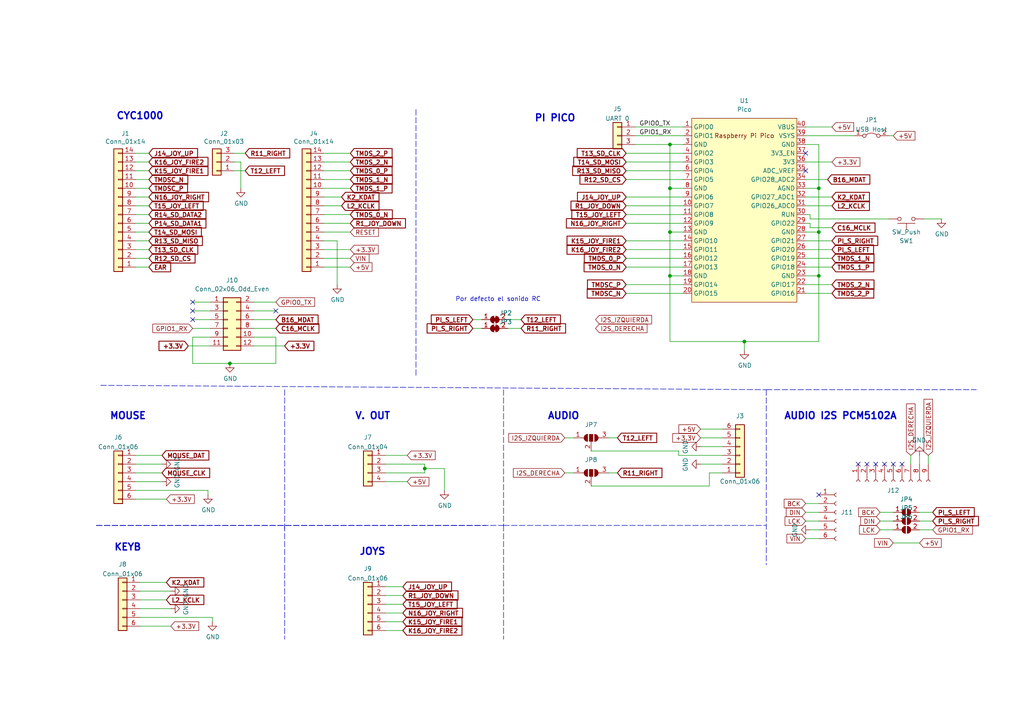
<source format=kicad_sch>
(kicad_sch (version 20211123) (generator eeschema)
  (paper "A4")
  (title_block (title "PiPico-MKRbus-Adapater-Version-003") (date "2023-09-21") (rev "V003") (company "Atlas Group") (comment 1 "License OHL CERN V2 STRICT") (comment 2 "https://ohwr.org/cern_ohl_s_v2.txt"))
  (lib_symbols
    (symbol "Connector:Conn_01x06_Female" (pin_names (offset 1.016) hide)
      (property "Reference" "J" (at 0 7.62 0))
      (property "Value" "Conn_01x06_Female" (at 0 -10.16 0))
      (symbol "Conn_01x06_Female_1_1"
        (arc (start 0 -7.112) (mid -0.508 -7.62) (end 0 -8.128) (stroke (width 0.1524)))
        (arc (start 0 -4.572) (mid -0.508 -5.08) (end 0 -5.588) (stroke (width 0.1524)))
        (arc (start 0 -2.032) (mid -0.508 -2.54) (end 0 -3.048) (stroke (width 0.1524)))
        (polyline (pts (xy -1.27 -7.62) (xy -0.508 -7.62)) (stroke (width 0.1524)))
        (polyline (pts (xy -1.27 -5.08) (xy -0.508 -5.08)) (stroke (width 0.1524)))
        (polyline (pts (xy -1.27 -2.54) (xy -0.508 -2.54)) (stroke (width 0.1524)))
        (polyline (pts (xy -1.27 0) (xy -0.508 0)) (stroke (width 0.1524)))
        (polyline (pts (xy -1.27 2.54) (xy -0.508 2.54)) (stroke (width 0.1524)))
        (polyline (pts (xy -1.27 5.08) (xy -0.508 5.08)) (stroke (width 0.1524)))
        (arc (start 0 0.508) (mid -0.508 0) (end 0 -0.508) (stroke (width 0.1524)))
        (arc (start 0 3.048) (mid -0.508 2.54) (end 0 2.032) (stroke (width 0.1524)))
        (arc (start 0 5.588) (mid -0.508 5.08) (end 0 4.572) (stroke (width 0.1524)))
        (pin passive line (at -5.08 5.08 0) (length 3.81) (name "Pin_1") (number "1"))
        (pin passive line (at -5.08 2.54 0) (length 3.81) (name "Pin_2") (number "2"))
        (pin passive line (at -5.08 0 0) (length 3.81) (name "Pin_3") (number "3"))
        (pin passive line (at -5.08 -2.54 0) (length 3.81) (name "Pin_4") (number "4"))
        (pin passive line (at -5.08 -5.08 0) (length 3.81) (name "Pin_5") (number "5"))
        (pin passive line (at -5.08 -7.62 0) (length 3.81) (name "Pin_6") (number "6"))
      )
    )
    (symbol "Connector:Conn_01x09_Female" (pin_names (offset 1.016) hide)
      (property "Reference" "J" (at 0 12.7 0))
      (property "Value" "Conn_01x09_Female" (at 0 -12.7 0))
      (symbol "Conn_01x09_Female_1_1"
        (arc (start 0 -9.652) (mid -0.508 -10.16) (end 0 -10.668) (stroke (width 0.1524)))
        (arc (start 0 -7.112) (mid -0.508 -7.62) (end 0 -8.128) (stroke (width 0.1524)))
        (arc (start 0 -4.572) (mid -0.508 -5.08) (end 0 -5.588) (stroke (width 0.1524)))
        (arc (start 0 -2.032) (mid -0.508 -2.54) (end 0 -3.048) (stroke (width 0.1524)))
        (polyline (pts (xy -1.27 -10.16) (xy -0.508 -10.16)) (stroke (width 0.1524)))
        (polyline (pts (xy -1.27 -7.62) (xy -0.508 -7.62)) (stroke (width 0.1524)))
        (polyline (pts (xy -1.27 -5.08) (xy -0.508 -5.08)) (stroke (width 0.1524)))
        (polyline (pts (xy -1.27 -2.54) (xy -0.508 -2.54)) (stroke (width 0.1524)))
        (polyline (pts (xy -1.27 0) (xy -0.508 0)) (stroke (width 0.1524)))
        (polyline (pts (xy -1.27 2.54) (xy -0.508 2.54)) (stroke (width 0.1524)))
        (polyline (pts (xy -1.27 5.08) (xy -0.508 5.08)) (stroke (width 0.1524)))
        (polyline (pts (xy -1.27 7.62) (xy -0.508 7.62)) (stroke (width 0.1524)))
        (polyline (pts (xy -1.27 10.16) (xy -0.508 10.16)) (stroke (width 0.1524)))
        (arc (start 0 0.508) (mid -0.508 0) (end 0 -0.508) (stroke (width 0.1524)))
        (arc (start 0 3.048) (mid -0.508 2.54) (end 0 2.032) (stroke (width 0.1524)))
        (arc (start 0 5.588) (mid -0.508 5.08) (end 0 4.572) (stroke (width 0.1524)))
        (arc (start 0 8.128) (mid -0.508 7.62) (end 0 7.112) (stroke (width 0.1524)))
        (arc (start 0 10.668) (mid -0.508 10.16) (end 0 9.652) (stroke (width 0.1524)))
        (pin passive line (at -5.08 10.16 0) (length 3.81) (name "Pin_1") (number "1"))
        (pin passive line (at -5.08 7.62 0) (length 3.81) (name "Pin_2") (number "2"))
        (pin passive line (at -5.08 5.08 0) (length 3.81) (name "Pin_3") (number "3"))
        (pin passive line (at -5.08 2.54 0) (length 3.81) (name "Pin_4") (number "4"))
        (pin passive line (at -5.08 0 0) (length 3.81) (name "Pin_5") (number "5"))
        (pin passive line (at -5.08 -2.54 0) (length 3.81) (name "Pin_6") (number "6"))
        (pin passive line (at -5.08 -5.08 0) (length 3.81) (name "Pin_7") (number "7"))
        (pin passive line (at -5.08 -7.62 0) (length 3.81) (name "Pin_8") (number "8"))
        (pin passive line (at -5.08 -10.16 0) (length 3.81) (name "Pin_9") (number "9"))
      )
    )
    (symbol "Connector_Generic:Conn_01x03" (pin_names (offset 1.016) hide)
      (property "Reference" "J" (at 0 5.08 0))
      (property "Value" "Conn_01x03" (at 0 -5.08 0))
      (symbol "Conn_01x03_1_1"
        (rectangle (start -1.27 -2.413) (end 0 -2.667) (stroke (width 0.1524)))
        (rectangle (start -1.27 0.127) (end 0 -0.127) (stroke (width 0.1524)))
        (rectangle (start -1.27 2.667) (end 0 2.413) (stroke (width 0.1524)))
        (rectangle (start -1.27 3.81) (end 1.27 -3.81) (stroke (width 0.254)) (fill (type background)))
        (pin passive line (at -5.08 2.54 0) (length 3.81) (name "Pin_1") (number "1"))
        (pin passive line (at -5.08 0 0) (length 3.81) (name "Pin_2") (number "2"))
        (pin passive line (at -5.08 -2.54 0) (length 3.81) (name "Pin_3") (number "3"))
      )
    )
    (symbol "Connector_Generic:Conn_01x04" (pin_names (offset 1.016) hide)
      (property "Reference" "J" (at 0 5.08 0))
      (property "Value" "Conn_01x04" (at 0 -7.62 0))
      (symbol "Conn_01x04_1_1"
        (rectangle (start -1.27 -4.953) (end 0 -5.207) (stroke (width 0.1524)))
        (rectangle (start -1.27 -2.413) (end 0 -2.667) (stroke (width 0.1524)))
        (rectangle (start -1.27 0.127) (end 0 -0.127) (stroke (width 0.1524)))
        (rectangle (start -1.27 2.667) (end 0 2.413) (stroke (width 0.1524)))
        (rectangle (start -1.27 3.81) (end 1.27 -6.35) (stroke (width 0.254)) (fill (type background)))
        (pin passive line (at -5.08 2.54 0) (length 3.81) (name "Pin_1") (number "1"))
        (pin passive line (at -5.08 0 0) (length 3.81) (name "Pin_2") (number "2"))
        (pin passive line (at -5.08 -2.54 0) (length 3.81) (name "Pin_3") (number "3"))
        (pin passive line (at -5.08 -5.08 0) (length 3.81) (name "Pin_4") (number "4"))
      )
    )
    (symbol "Connector_Generic:Conn_01x06" (pin_names (offset 1.016) hide)
      (property "Reference" "J" (at 0 7.62 0))
      (property "Value" "Conn_01x06" (at 0 -10.16 0))
      (symbol "Conn_01x06_1_1"
        (rectangle (start -1.27 -7.493) (end 0 -7.747) (stroke (width 0.1524)))
        (rectangle (start -1.27 -4.953) (end 0 -5.207) (stroke (width 0.1524)))
        (rectangle (start -1.27 -2.413) (end 0 -2.667) (stroke (width 0.1524)))
        (rectangle (start -1.27 0.127) (end 0 -0.127) (stroke (width 0.1524)))
        (rectangle (start -1.27 2.667) (end 0 2.413) (stroke (width 0.1524)))
        (rectangle (start -1.27 5.207) (end 0 4.953) (stroke (width 0.1524)))
        (rectangle (start -1.27 6.35) (end 1.27 -8.89) (stroke (width 0.254)) (fill (type background)))
        (pin passive line (at -5.08 5.08 0) (length 3.81) (name "Pin_1") (number "1"))
        (pin passive line (at -5.08 2.54 0) (length 3.81) (name "Pin_2") (number "2"))
        (pin passive line (at -5.08 0 0) (length 3.81) (name "Pin_3") (number "3"))
        (pin passive line (at -5.08 -2.54 0) (length 3.81) (name "Pin_4") (number "4"))
        (pin passive line (at -5.08 -5.08 0) (length 3.81) (name "Pin_5") (number "5"))
        (pin passive line (at -5.08 -7.62 0) (length 3.81) (name "Pin_6") (number "6"))
      )
    )
    (symbol "Connector_Generic:Conn_01x14" (pin_names (offset 1.016) hide)
      (property "Reference" "J" (at 0 17.78 0))
      (property "Value" "Conn_01x14" (at 0 -20.32 0))
      (symbol "Conn_01x14_1_1"
        (rectangle (start -1.27 -17.653) (end 0 -17.907) (stroke (width 0.1524)))
        (rectangle (start -1.27 -15.113) (end 0 -15.367) (stroke (width 0.1524)))
        (rectangle (start -1.27 -12.573) (end 0 -12.827) (stroke (width 0.1524)))
        (rectangle (start -1.27 -10.033) (end 0 -10.287) (stroke (width 0.1524)))
        (rectangle (start -1.27 -7.493) (end 0 -7.747) (stroke (width 0.1524)))
        (rectangle (start -1.27 -4.953) (end 0 -5.207) (stroke (width 0.1524)))
        (rectangle (start -1.27 -2.413) (end 0 -2.667) (stroke (width 0.1524)))
        (rectangle (start -1.27 0.127) (end 0 -0.127) (stroke (width 0.1524)))
        (rectangle (start -1.27 2.667) (end 0 2.413) (stroke (width 0.1524)))
        (rectangle (start -1.27 5.207) (end 0 4.953) (stroke (width 0.1524)))
        (rectangle (start -1.27 7.747) (end 0 7.493) (stroke (width 0.1524)))
        (rectangle (start -1.27 10.287) (end 0 10.033) (stroke (width 0.1524)))
        (rectangle (start -1.27 12.827) (end 0 12.573) (stroke (width 0.1524)))
        (rectangle (start -1.27 15.367) (end 0 15.113) (stroke (width 0.1524)))
        (rectangle (start -1.27 16.51) (end 1.27 -19.05) (stroke (width 0.254)) (fill (type background)))
        (pin passive line (at -5.08 15.24 0) (length 3.81) (name "Pin_1") (number "1"))
        (pin passive line (at -5.08 -7.62 0) (length 3.81) (name "Pin_10") (number "10"))
        (pin passive line (at -5.08 -10.16 0) (length 3.81) (name "Pin_11") (number "11"))
        (pin passive line (at -5.08 -12.7 0) (length 3.81) (name "Pin_12") (number "12"))
        (pin passive line (at -5.08 -15.24 0) (length 3.81) (name "Pin_13") (number "13"))
        (pin passive line (at -5.08 -17.78 0) (length 3.81) (name "Pin_14") (number "14"))
        (pin passive line (at -5.08 12.7 0) (length 3.81) (name "Pin_2") (number "2"))
        (pin passive line (at -5.08 10.16 0) (length 3.81) (name "Pin_3") (number "3"))
        (pin passive line (at -5.08 7.62 0) (length 3.81) (name "Pin_4") (number "4"))
        (pin passive line (at -5.08 5.08 0) (length 3.81) (name "Pin_5") (number "5"))
        (pin passive line (at -5.08 2.54 0) (length 3.81) (name "Pin_6") (number "6"))
        (pin passive line (at -5.08 0 0) (length 3.81) (name "Pin_7") (number "7"))
        (pin passive line (at -5.08 -2.54 0) (length 3.81) (name "Pin_8") (number "8"))
        (pin passive line (at -5.08 -5.08 0) (length 3.81) (name "Pin_9") (number "9"))
      )
    )
    (symbol "Connector_Generic:Conn_02x06_Odd_Even" (pin_names (offset 1.016) hide)
      (property "Reference" "J" (at 1.27 7.62 0))
      (property "Value" "Conn_02x06_Odd_Even" (at 1.27 -10.16 0))
      (symbol "Conn_02x06_Odd_Even_1_1"
        (rectangle (start -1.27 -7.493) (end 0 -7.747) (stroke (width 0.1524)))
        (rectangle (start -1.27 -4.953) (end 0 -5.207) (stroke (width 0.1524)))
        (rectangle (start -1.27 -2.413) (end 0 -2.667) (stroke (width 0.1524)))
        (rectangle (start -1.27 0.127) (end 0 -0.127) (stroke (width 0.1524)))
        (rectangle (start -1.27 2.667) (end 0 2.413) (stroke (width 0.1524)))
        (rectangle (start -1.27 5.207) (end 0 4.953) (stroke (width 0.1524)))
        (rectangle (start -1.27 6.35) (end 3.81 -8.89) (stroke (width 0.254)) (fill (type background)))
        (rectangle (start 3.81 -7.493) (end 2.54 -7.747) (stroke (width 0.1524)))
        (rectangle (start 3.81 -4.953) (end 2.54 -5.207) (stroke (width 0.1524)))
        (rectangle (start 3.81 -2.413) (end 2.54 -2.667) (stroke (width 0.1524)))
        (rectangle (start 3.81 0.127) (end 2.54 -0.127) (stroke (width 0.1524)))
        (rectangle (start 3.81 2.667) (end 2.54 2.413) (stroke (width 0.1524)))
        (rectangle (start 3.81 5.207) (end 2.54 4.953) (stroke (width 0.1524)))
        (pin passive line (at -5.08 5.08 0) (length 3.81) (name "Pin_1") (number "1"))
        (pin passive line (at 7.62 -5.08 180) (length 3.81) (name "Pin_10") (number "10"))
        (pin passive line (at -5.08 -7.62 0) (length 3.81) (name "Pin_11") (number "11"))
        (pin passive line (at 7.62 -7.62 180) (length 3.81) (name "Pin_12") (number "12"))
        (pin passive line (at 7.62 5.08 180) (length 3.81) (name "Pin_2") (number "2"))
        (pin passive line (at -5.08 2.54 0) (length 3.81) (name "Pin_3") (number "3"))
        (pin passive line (at 7.62 2.54 180) (length 3.81) (name "Pin_4") (number "4"))
        (pin passive line (at -5.08 0 0) (length 3.81) (name "Pin_5") (number "5"))
        (pin passive line (at 7.62 0 180) (length 3.81) (name "Pin_6") (number "6"))
        (pin passive line (at -5.08 -2.54 0) (length 3.81) (name "Pin_7") (number "7"))
        (pin passive line (at 7.62 -2.54 180) (length 3.81) (name "Pin_8") (number "8"))
        (pin passive line (at -5.08 -5.08 0) (length 3.81) (name "Pin_9") (number "9"))
      )
    )
    (symbol "Jumper:Jumper_2_Bridged" (pin_names (offset 0) hide)
      (property "Reference" "JP" (at 0 1.905 0))
      (property "Value" "Jumper_2_Bridged" (at 0 -2.54 0))
      (symbol "Jumper_2_Bridged_0_0"
        (circle (center -2.032 0) (radius 0.508))
        (circle (center 2.032 0) (radius 0.508))
      )
      (symbol "Jumper_2_Bridged_0_1"
        (arc (start 1.524 0.254) (mid 0 0.762) (end -1.524 0.254))
      )
      (symbol "Jumper_2_Bridged_1_1"
        (pin passive line (at -5.08 0 0) (length 2.54) (name "A") (number "1"))
        (pin passive line (at 5.08 0 180) (length 2.54) (name "B") (number "2"))
      )
    )
    (symbol "Jumper:SolderJumper_2_Bridged" (pin_names (offset 0) hide)
      (property "Reference" "JP" (at 0 2.032 0))
      (property "Value" "SolderJumper_2_Bridged" (at 0 -2.54 0))
      (symbol "SolderJumper_2_Bridged_0_1"
        (rectangle (start -0.508 0.508) (end 0.508 -0.508) (fill (type outline)))
        (arc (start -0.254 1.016) (mid -1.27 0) (end -0.254 -1.016))
        (arc (start -0.254 1.016) (mid -1.27 0) (end -0.254 -1.016) (fill (type outline)))
        (polyline (pts (xy -0.254 1.016) (xy -0.254 -1.016)))
        (polyline (pts (xy 0.254 1.016) (xy 0.254 -1.016)))
        (arc (start 0.254 -1.016) (mid 1.27 0) (end 0.254 1.016))
        (arc (start 0.254 -1.016) (mid 1.27 0) (end 0.254 1.016) (fill (type outline)))
      )
      (symbol "SolderJumper_2_Bridged_1_1"
        (pin passive line (at -3.81 0 0) (length 2.54) (name "A") (number "1"))
        (pin passive line (at 3.81 0 180) (length 2.54) (name "B") (number "2"))
      )
    )
    (symbol "Jumper:SolderJumper_2_Open" (pin_names (offset 0) hide)
      (property "Reference" "JP" (at 0 2.032 0))
      (property "Value" "SolderJumper_2_Open" (at 0 -2.54 0))
      (symbol "SolderJumper_2_Open_0_1"
        (arc (start -0.254 1.016) (mid -1.27 0) (end -0.254 -1.016))
        (arc (start -0.254 1.016) (mid -1.27 0) (end -0.254 -1.016) (fill (type outline)))
        (polyline (pts (xy -0.254 1.016) (xy -0.254 -1.016)))
        (polyline (pts (xy 0.254 1.016) (xy 0.254 -1.016)))
        (arc (start 0.254 -1.016) (mid 1.27 0) (end 0.254 1.016))
        (arc (start 0.254 -1.016) (mid 1.27 0) (end 0.254 1.016) (fill (type outline)))
      )
      (symbol "SolderJumper_2_Open_1_1"
        (pin passive line (at -3.81 0 0) (length 2.54) (name "A") (number "1"))
        (pin passive line (at 3.81 0 180) (length 2.54) (name "B") (number "2"))
      )
    )
    (symbol "Jumper:SolderJumper_3_Open" (pin_names (offset 0) hide)
      (property "Reference" "JP" (at -2.54 -2.54 0))
      (property "Value" "SolderJumper_3_Open" (at 0 2.794 0))
      (symbol "SolderJumper_3_Open_0_1"
        (arc (start -1.016 1.016) (mid -2.032 0) (end -1.016 -1.016))
        (arc (start -1.016 1.016) (mid -2.032 0) (end -1.016 -1.016) (fill (type outline)))
        (rectangle (start -0.508 1.016) (end 0.508 -1.016) (fill (type outline)))
        (polyline (pts (xy -2.54 0) (xy -2.032 0)))
        (polyline (pts (xy -1.016 1.016) (xy -1.016 -1.016)))
        (polyline (pts (xy 0 -1.27) (xy 0 -1.016)))
        (polyline (pts (xy 1.016 1.016) (xy 1.016 -1.016)))
        (polyline (pts (xy 2.54 0) (xy 2.032 0)))
        (arc (start 1.016 -1.016) (mid 2.032 0) (end 1.016 1.016))
        (arc (start 1.016 -1.016) (mid 2.032 0) (end 1.016 1.016) (fill (type outline)))
      )
      (symbol "SolderJumper_3_Open_1_1"
        (pin passive line (at -5.08 0 0) (length 2.54) (name "A") (number "1"))
        (pin passive line (at 0 -3.81 90) (length 2.54) (name "C") (number "2"))
        (pin passive line (at 5.08 0 180) (length 2.54) (name "B") (number "3"))
      )
    )
    (symbol "MCU_RaspberryPi_and_Boards:Pico"
      (property "Reference" "U1" (at 0 31.75 0))
      (property "Value" "Pico" (at 0 29.21 0))
      (symbol "Pico_0_0"
        (text "Raspberry Pi Pico" (at 0 21.59 0) (effects (font (size 1.27 1.27))))
      )
      (symbol "Pico_0_1"
        (rectangle (start -15.24 26.67) (end 15.24 -26.67) (fill (type background)))
      )
      (symbol "Pico_1_1"
        (pin bidirectional line (at -17.78 24.13 0) (length 2.54) (name "GPIO0") (number "1"))
        (pin bidirectional line (at -17.78 1.27 0) (length 2.54) (name "GPIO7") (number "10"))
        (pin bidirectional line (at -17.78 -1.27 0) (length 2.54) (name "GPIO8") (number "11"))
        (pin bidirectional line (at -17.78 -3.81 0) (length 2.54) (name "GPIO9") (number "12"))
        (pin power_in line (at -17.78 -6.35 0) (length 2.54) (name "GND") (number "13"))
        (pin bidirectional line (at -17.78 -8.89 0) (length 2.54) (name "GPIO10") (number "14"))
        (pin bidirectional line (at -17.78 -11.43 0) (length 2.54) (name "GPIO11") (number "15"))
        (pin bidirectional line (at -17.78 -13.97 0) (length 2.54) (name "GPIO12") (number "16"))
        (pin bidirectional line (at -17.78 -16.51 0) (length 2.54) (name "GPIO13") (number "17"))
        (pin power_in line (at -17.78 -19.05 0) (length 2.54) (name "GND") (number "18"))
        (pin bidirectional line (at -17.78 -21.59 0) (length 2.54) (name "GPIO14") (number "19"))
        (pin bidirectional line (at -17.78 21.59 0) (length 2.54) (name "GPIO1") (number "2"))
        (pin bidirectional line (at -17.78 -24.13 0) (length 2.54) (name "GPIO15") (number "20"))
        (pin bidirectional line (at 17.78 -24.13 180) (length 2.54) (name "GPIO16") (number "21"))
        (pin bidirectional line (at 17.78 -21.59 180) (length 2.54) (name "GPIO17") (number "22"))
        (pin power_in line (at 17.78 -19.05 180) (length 2.54) (name "GND") (number "23"))
        (pin bidirectional line (at 17.78 -16.51 180) (length 2.54) (name "GPIO18") (number "24"))
        (pin bidirectional line (at 17.78 -13.97 180) (length 2.54) (name "GPIO19") (number "25"))
        (pin bidirectional line (at 17.78 -11.43 180) (length 2.54) (name "GPIO20") (number "26"))
        (pin bidirectional line (at 17.78 -8.89 180) (length 2.54) (name "GPIO21") (number "27"))
        (pin power_in line (at 17.78 -6.35 180) (length 2.54) (name "GND") (number "28"))
        (pin bidirectional line (at 17.78 -3.81 180) (length 2.54) (name "GPIO22") (number "29"))
        (pin power_in line (at -17.78 19.05 0) (length 2.54) (name "GND") (number "3"))
        (pin input line (at 17.78 -1.27 180) (length 2.54) (name "RUN") (number "30"))
        (pin bidirectional line (at 17.78 1.27 180) (length 2.54) (name "GPIO26_ADC0") (number "31"))
        (pin bidirectional line (at 17.78 3.81 180) (length 2.54) (name "GPIO27_ADC1") (number "32"))
        (pin power_in line (at 17.78 6.35 180) (length 2.54) (name "AGND") (number "33"))
        (pin bidirectional line (at 17.78 8.89 180) (length 2.54) (name "GPIO28_ADC2") (number "34"))
        (pin power_in line (at 17.78 11.43 180) (length 2.54) (name "ADC_VREF") (number "35"))
        (pin power_in line (at 17.78 13.97 180) (length 2.54) (name "3V3") (number "36"))
        (pin input line (at 17.78 16.51 180) (length 2.54) (name "3V3_EN") (number "37"))
        (pin bidirectional line (at 17.78 19.05 180) (length 2.54) (name "GND") (number "38"))
        (pin power_in line (at 17.78 21.59 180) (length 2.54) (name "VSYS") (number "39"))
        (pin bidirectional line (at -17.78 16.51 0) (length 2.54) (name "GPIO2") (number "4"))
        (pin power_in line (at 17.78 24.13 180) (length 2.54) (name "VBUS") (number "40"))
        (pin bidirectional line (at -17.78 13.97 0) (length 2.54) (name "GPIO3") (number "5"))
        (pin bidirectional line (at -17.78 11.43 0) (length 2.54) (name "GPIO4") (number "6"))
        (pin bidirectional line (at -17.78 8.89 0) (length 2.54) (name "GPIO5") (number "7"))
        (pin power_in line (at -17.78 6.35 0) (length 2.54) (name "GND") (number "8"))
        (pin bidirectional line (at -17.78 3.81 0) (length 2.54) (name "GPIO6") (number "9"))
      )
    )
    (symbol "Switch:SW_Push" (pin_numbers hide) (pin_names (offset 1.016) hide)
      (property "Reference" "SW" (at 1.27 2.54 0))
      (property "Value" "SW_Push" (at 0 -1.524 0))
      (symbol "SW_Push_0_1"
        (circle (center -2.032 0) (radius 0.508))
        (polyline (pts (xy 0 1.27) (xy 0 3.048)))
        (polyline (pts (xy 2.54 1.27) (xy -2.54 1.27)))
        (circle (center 2.032 0) (radius 0.508))
        (pin passive line (at -5.08 0 0) (length 2.54) (name "1") (number "1"))
        (pin passive line (at 5.08 0 180) (length 2.54) (name "2") (number "2"))
      )
    )
    (symbol "power:GND" (power) (pin_names (offset 0))
      (property "Value" "GND" (at 0 -3.81 0))
      (symbol "GND_0_1"
        (polyline (pts (xy 0 0) (xy 0 -1.27) (xy 1.27 -1.27) (xy 0 -2.54) (xy -1.27 -1.27) (xy 0 -1.27)))
      )
      (symbol "GND_1_1"
        (pin power_in line (at 0 0 270) (length 0) hide (name "GND") (number "1"))
      )
    )
  )
  (junction (at 123.19 135.89))
  (junction (at 194.31 41.91))
  (junction (at 194.31 54.61))
  (junction (at 215.9 99.06))
  (junction (at 237.49 67.31))
  (junction (at 237.49 80.01))
  (junction (at 194.31 80.01))
  (junction (at 66.675 105.41))
  (junction (at 237.49 54.61))
  (junction (at 194.31 67.31))
  (no_connect (at 233.68 49.53))
  (no_connect (at 233.68 44.45))
  (no_connect (at 259.08 134.62))
  (no_connect (at 55.88 90.17))
  (no_connect (at 80.01 90.17))
  (no_connect (at 55.88 92.71))
  (no_connect (at 261.62 134.62))
  (no_connect (at 248.92 134.62))
  (no_connect (at 254 134.62))
  (no_connect (at 251.46 134.62))
  (no_connect (at 237.49 143.51))
  (no_connect (at 55.88 87.63))
  (no_connect (at 256.54 134.62))
  (wire (pts (xy 111.76 134.62) (xy 123.19 134.62)))
  (wire (pts (xy 257.81 39.37) (xy 259.08 39.37)))
  (wire (pts (xy 55.88 92.71) (xy 60.96 92.71)))
  (wire (pts (xy 101.6 74.93) (xy 93.98 74.93)))
  (wire (pts (xy 69.85 46.99) (xy 69.85 54.61)))
  (wire (pts (xy 266.7 151.13) (xy 270.51 151.13)))
  (wire (pts (xy 43.18 72.39) (xy 39.37 72.39)))
  (wire (pts (xy 181.61 82.55) (xy 198.12 82.55)))
  (wire (pts (xy 181.61 72.39) (xy 198.12 72.39)))
  (wire (pts (xy 139.7 95.25) (xy 137.16 95.25)))
  (wire (pts (xy 196.85 130.81) (xy 196.85 132.08)))
  (wire (pts (xy 111.76 139.7) (xy 118.11 139.7)))
  (wire (pts (xy 40.64 181.61) (xy 49.53 181.61)))
  (wire (pts (xy 198.12 54.61) (xy 194.31 54.61)))
  (wire (pts (xy 128.905 142.24) (xy 128.905 135.89)))
  (polyline (pts (xy 146.05 152.4) (xy 146.05 185.42)))
  (wire (pts (xy 264.16 132.08) (xy 264.16 134.62)))
  (wire (pts (xy 39.37 67.31) (xy 43.18 67.31)))
  (wire (pts (xy 123.19 135.89) (xy 123.19 137.16)))
  (wire (pts (xy 80.01 97.79) (xy 80.01 105.41)))
  (wire (pts (xy 233.68 69.85) (xy 241.3 69.85)))
  (wire (pts (xy 237.49 67.31) (xy 237.49 80.01)))
  (wire (pts (xy 93.98 72.39) (xy 101.6 72.39)))
  (wire (pts (xy 171.45 130.81) (xy 196.85 130.81)))
  (wire (pts (xy 151.13 95.25) (xy 147.32 95.25)))
  (wire (pts (xy 215.9 99.06) (xy 215.9 101.6)))
  (wire (pts (xy 233.68 52.07) (xy 240.03 52.07)))
  (wire (pts (xy 184.15 41.91) (xy 194.31 41.91)))
  (wire (pts (xy 194.31 54.61) (xy 194.31 67.31)))
  (wire (pts (xy 61.595 179.07) (xy 61.595 180.34)))
  (wire (pts (xy 234.95 62.23) (xy 234.95 63.5)))
  (wire (pts (xy 93.98 46.99) (xy 101.6 46.99)))
  (wire (pts (xy 39.37 44.45) (xy 43.18 44.45)))
  (wire (pts (xy 39.37 57.15) (xy 43.18 57.15)))
  (wire (pts (xy 181.61 69.85) (xy 198.12 69.85)))
  (wire (pts (xy 93.98 54.61) (xy 101.6 54.61)))
  (wire (pts (xy 181.61 59.69) (xy 198.12 59.69)))
  (wire (pts (xy 111.76 170.18) (xy 116.84 170.18)))
  (wire (pts (xy 39.37 74.93) (xy 43.18 74.93)))
  (wire (pts (xy 237.49 80.01) (xy 237.49 99.06)))
  (wire (pts (xy 40.64 168.91) (xy 48.26 168.91)))
  (wire (pts (xy 233.68 46.99) (xy 241.3 46.99)))
  (wire (pts (xy 181.61 77.47) (xy 198.12 77.47)))
  (wire (pts (xy 234.95 63.5) (xy 257.81 63.5)))
  (wire (pts (xy 93.98 52.07) (xy 101.6 52.07)))
  (wire (pts (xy 111.76 172.72) (xy 116.84 172.72)))
  (polyline (pts (xy 146.05 152.4) (xy 222.25 152.4)))
  (wire (pts (xy 233.68 156.21) (xy 237.49 156.21)))
  (wire (pts (xy 54.61 100.33) (xy 60.96 100.33)))
  (wire (pts (xy 123.19 134.62) (xy 123.19 135.89)))
  (wire (pts (xy 233.68 41.91) (xy 237.49 41.91)))
  (wire (pts (xy 93.98 44.45) (xy 101.6 44.45)))
  (wire (pts (xy 270.51 153.67) (xy 266.7 153.67)))
  (wire (pts (xy 93.98 69.85) (xy 97.79 69.85)))
  (polyline (pts (xy 146.05 113.03) (xy 146.05 152.4)))
  (wire (pts (xy 184.15 36.83) (xy 198.12 36.83)))
  (wire (pts (xy 111.76 182.88) (xy 116.84 182.88)))
  (wire (pts (xy 179.07 127) (xy 176.53 127)))
  (wire (pts (xy 55.88 90.17) (xy 60.96 90.17)))
  (wire (pts (xy 82.55 100.33) (xy 73.66 100.33)))
  (wire (pts (xy 111.76 132.08) (xy 118.11 132.08)))
  (wire (pts (xy 194.31 80.01) (xy 198.12 80.01)))
  (wire (pts (xy 181.61 62.23) (xy 198.12 62.23)))
  (wire (pts (xy 184.15 39.37) (xy 198.12 39.37)))
  (wire (pts (xy 80.01 90.17) (xy 73.66 90.17)))
  (wire (pts (xy 60.325 142.24) (xy 60.325 143.51)))
  (wire (pts (xy 205.74 137.16) (xy 205.74 140.97)))
  (wire (pts (xy 233.68 82.55) (xy 241.3 82.55)))
  (wire (pts (xy 93.98 64.77) (xy 101.6 64.77)))
  (wire (pts (xy 259.08 148.59) (xy 255.27 148.59)))
  (wire (pts (xy 93.98 77.47) (xy 101.6 77.47)))
  (wire (pts (xy 67.945 49.53) (xy 71.12 49.53)))
  (polyline (pts (xy 27.94 152.4) (xy 140.97 152.4)))
  (wire (pts (xy 111.76 177.8) (xy 116.84 177.8)))
  (wire (pts (xy 39.37 77.47) (xy 43.18 77.47)))
  (wire (pts (xy 181.61 49.53) (xy 198.12 49.53)))
  (wire (pts (xy 80.01 92.71) (xy 73.66 92.71)))
  (wire (pts (xy 194.31 80.01) (xy 194.31 99.06)))
  (wire (pts (xy 266.7 132.08) (xy 266.7 134.62)))
  (wire (pts (xy 196.85 132.08) (xy 209.55 132.08)))
  (wire (pts (xy 66.675 105.41) (xy 80.01 105.41)))
  (wire (pts (xy 49.53 176.53) (xy 40.64 176.53)))
  (polyline (pts (xy 27.94 152.4) (xy 146.05 152.4)))
  (wire (pts (xy 111.76 137.16) (xy 123.19 137.16)))
  (polyline (pts (xy 29.21 111.76) (xy 222.25 113.03)))
  (wire (pts (xy 93.98 62.23) (xy 101.6 62.23)))
  (polyline (pts (xy 82.55 113.03) (xy 82.55 153.67)))
  (polyline (pts (xy 82.55 152.4) (xy 82.55 185.42)))
  (wire (pts (xy 233.68 57.15) (xy 241.3 57.15)))
  (wire (pts (xy 233.68 80.01) (xy 237.49 80.01)))
  (wire (pts (xy 39.37 132.08) (xy 46.99 132.08)))
  (wire (pts (xy 233.68 85.09) (xy 241.3 85.09)))
  (wire (pts (xy 233.68 62.23) (xy 234.95 62.23)))
  (wire (pts (xy 194.31 99.06) (xy 215.9 99.06)))
  (wire (pts (xy 93.98 49.53) (xy 101.6 49.53)))
  (wire (pts (xy 40.64 173.99) (xy 48.26 173.99)))
  (wire (pts (xy 111.76 180.34) (xy 116.84 180.34)))
  (wire (pts (xy 163.83 137.16) (xy 166.37 137.16)))
  (polyline (pts (xy 222.25 113.03) (xy 283.21 113.03)))
  (wire (pts (xy 43.18 69.85) (xy 39.37 69.85)))
  (polyline (pts (xy 120.65 31.75) (xy 120.65 109.22)))
  (wire (pts (xy 233.68 77.47) (xy 241.3 77.47)))
  (wire (pts (xy 209.55 129.54) (xy 203.2 129.54)))
  (wire (pts (xy 181.61 64.77) (xy 198.12 64.77)))
  (polyline (pts (xy 222.25 113.03) (xy 222.25 163.83)))
  (wire (pts (xy 194.31 67.31) (xy 198.12 67.31)))
  (wire (pts (xy 266.7 157.48) (xy 259.08 157.48)))
  (wire (pts (xy 194.31 41.91) (xy 194.31 54.61)))
  (wire (pts (xy 181.61 85.09) (xy 198.12 85.09)))
  (wire (pts (xy 233.68 74.93) (xy 241.3 74.93)))
  (wire (pts (xy 179.07 137.16) (xy 176.53 137.16)))
  (wire (pts (xy 139.7 92.71) (xy 137.16 92.71)))
  (wire (pts (xy 233.68 64.77) (xy 234.95 64.77)))
  (wire (pts (xy 233.68 54.61) (xy 237.49 54.61)))
  (wire (pts (xy 205.74 140.97) (xy 171.45 140.97)))
  (wire (pts (xy 209.55 134.62) (xy 203.2 134.62)))
  (wire (pts (xy 233.68 59.69) (xy 241.3 59.69)))
  (wire (pts (xy 55.88 95.25) (xy 60.96 95.25)))
  (wire (pts (xy 209.55 127) (xy 203.2 127)))
  (wire (pts (xy 39.37 62.23) (xy 43.18 62.23)))
  (wire (pts (xy 233.68 148.59) (xy 237.49 148.59)))
  (wire (pts (xy 267.97 63.5) (xy 273.05 63.5)))
  (wire (pts (xy 39.37 142.24) (xy 60.325 142.24)))
  (wire (pts (xy 49.53 171.45) (xy 40.64 171.45)))
  (wire (pts (xy 234.95 153.67) (xy 237.49 153.67)))
  (wire (pts (xy 163.83 127) (xy 166.37 127)))
  (wire (pts (xy 80.01 87.63) (xy 73.66 87.63)))
  (wire (pts (xy 259.08 151.13) (xy 255.27 151.13)))
  (wire (pts (xy 97.79 69.85) (xy 97.79 82.55)))
  (wire (pts (xy 39.37 137.16) (xy 46.99 137.16)))
  (wire (pts (xy 151.13 92.71) (xy 147.32 92.71)))
  (wire (pts (xy 46.99 134.62) (xy 39.37 134.62)))
  (wire (pts (xy 233.68 72.39) (xy 241.3 72.39)))
  (wire (pts (xy 237.49 41.91) (xy 237.49 54.61)))
  (wire (pts (xy 93.98 57.15) (xy 99.06 57.15)))
  (wire (pts (xy 234.95 66.04) (xy 241.3 66.04)))
  (wire (pts (xy 233.68 151.13) (xy 237.49 151.13)))
  (wire (pts (xy 55.88 97.79) (xy 55.88 105.41)))
  (wire (pts (xy 181.61 52.07) (xy 198.12 52.07)))
  (wire (pts (xy 269.24 132.08) (xy 269.24 134.62)))
  (wire (pts (xy 43.18 64.77) (xy 39.37 64.77)))
  (wire (pts (xy 67.945 44.45) (xy 71.12 44.45)))
  (wire (pts (xy 46.99 139.7) (xy 39.37 139.7)))
  (wire (pts (xy 233.68 146.05) (xy 237.49 146.05)))
  (wire (pts (xy 128.905 135.89) (xy 123.19 135.89)))
  (wire (pts (xy 233.68 36.83) (xy 241.3 36.83)))
  (wire (pts (xy 60.96 97.79) (xy 55.88 97.79)))
  (wire (pts (xy 181.61 74.93) (xy 198.12 74.93)))
  (wire (pts (xy 215.9 99.06) (xy 237.49 99.06)))
  (wire (pts (xy 181.61 44.45) (xy 198.12 44.45)))
  (wire (pts (xy 39.37 54.61) (xy 43.18 54.61)))
  (wire (pts (xy 93.98 59.69) (xy 99.06 59.69)))
  (wire (pts (xy 205.74 137.16) (xy 209.55 137.16)))
  (wire (pts (xy 93.98 67.31) (xy 101.6 67.31)))
  (wire (pts (xy 39.37 144.78) (xy 48.26 144.78)))
  (wire (pts (xy 55.88 87.63) (xy 60.96 87.63)))
  (wire (pts (xy 181.61 46.99) (xy 198.12 46.99)))
  (wire (pts (xy 234.95 64.77) (xy 234.95 66.04)))
  (wire (pts (xy 181.61 57.15) (xy 198.12 57.15)))
  (wire (pts (xy 39.37 52.07) (xy 43.18 52.07)))
  (wire (pts (xy 39.37 46.99) (xy 43.18 46.99)))
  (wire (pts (xy 55.88 105.41) (xy 66.675 105.41)))
  (wire (pts (xy 194.31 41.91) (xy 198.12 41.91)))
  (wire (pts (xy 259.08 153.67) (xy 255.27 153.67)))
  (wire (pts (xy 80.01 95.25) (xy 73.66 95.25)))
  (wire (pts (xy 39.37 49.53) (xy 43.18 49.53)))
  (wire (pts (xy 233.68 39.37) (xy 247.65 39.37)))
  (wire (pts (xy 209.55 124.46) (xy 203.2 124.46)))
  (wire (pts (xy 39.37 59.69) (xy 43.18 59.69)))
  (wire (pts (xy 73.66 97.79) (xy 80.01 97.79)))
  (wire (pts (xy 237.49 54.61) (xy 237.49 67.31)))
  (wire (pts (xy 111.76 175.26) (xy 116.84 175.26)))
  (wire (pts (xy 67.945 46.99) (xy 69.85 46.99)))
  (wire (pts (xy 194.31 67.31) (xy 194.31 80.01)))
  (wire (pts (xy 233.68 67.31) (xy 237.49 67.31)))
  (wire (pts (xy 40.64 179.07) (xy 61.595 179.07)))
  (wire (pts (xy 270.51 148.59) (xy 266.7 148.59)))
  (text "MOUSE" (at 31.75 121.92 0) (effects (font (size 2.0066 2.0066) (thickness 0.4013) bold) (justify left bottom)))
  (text "CYC1000" (at 33.655 34.925 0) (effects (font (size 2.0066 2.0066) (thickness 0.4013) bold) (justify left bottom)))
  (text "AUDIO" (at 158.75 121.92 0) (effects (font (size 2.0066 2.0066) (thickness 0.4013) bold) (justify left bottom)))
  (text "KEYB" (at 33.02 160.02 0) (effects (font (size 2.0066 2.0066) (thickness 0.4013) bold) (justify left bottom)))
  (text "JOYS" (at 104.14 161.29 0) (effects (font (size 2.0066 2.0066) (thickness 0.4013) bold) (justify left bottom)))
  (text "PI PICO" (at 154.94 35.56 0) (effects (font (size 2.0066 2.0066) (thickness 0.4013) bold) (justify left bottom)))
  (text "Por defecto el sonido RC" (at 132.08 87.63 0) (effects (font (size 1.27 1.27)) (justify left bottom)))
  (text "AUDIO I2S PCM5102A" (at 227.33 121.92 0) (effects (font (size 2.0066 2.0066) (thickness 0.4013) bold) (justify left bottom)))
  (text "V. OUT" (at 102.87 121.92 0) (effects (font (size 2.0066 2.0066) (thickness 0.4013) bold) (justify left bottom)))
  (label "GPIO1_RX" (at 185.42 39.37 0))
  (label "GPIO0_TX" (at 185.42 36.83 0))
  (global_label "R13_SD_MISO" (shape input) (at 43.18 69.85 0) (effects (font (thickness 0.254) bold)) (property "Intersheet References" "${INTERSHEET_REFS}" (effects hide)))
  (global_label "TMDS_0_N" (shape input) (at 181.61 77.47 180) (effects (font (thickness 0.254) bold)) (property "Intersheet References" "${INTERSHEET_REFS}" (effects hide)))
  (global_label "R1_JOY_DOWN" (shape input) (at 116.84 172.72 0) (effects (font (thickness 0.254) bold)) (property "Intersheet References" "${INTERSHEET_REFS}" (effects hide)))
  (global_label "T15_JOY_LEFT" (shape input) (at 116.84 175.26 0) (effects (font (thickness 0.254) bold)) (property "Intersheet References" "${INTERSHEET_REFS}" (effects hide)))
  (global_label "+5V" (shape input) (at 241.3 36.83 0) (property "Intersheet References" "${INTERSHEET_REFS}" (effects hide)))
  (global_label "T14_SD_MOSI" (shape input) (at 43.18 67.31 0) (effects (font (thickness 0.254) bold)) (property "Intersheet References" "${INTERSHEET_REFS}" (effects hide)))
  (global_label "TMDSC_N" (shape input) (at 43.18 52.07 0) (effects (font (thickness 0.254) bold)) (property "Intersheet References" "${INTERSHEET_REFS}" (effects hide)))
  (global_label "TMDS_1_N" (shape input) (at 101.6 52.07 0) (effects (font (thickness 0.254) bold)) (property "Intersheet References" "${INTERSHEET_REFS}" (effects hide)))
  (global_label "TMDSC_P" (shape input) (at 181.61 82.55 180) (effects (font (thickness 0.254) bold)) (property "Intersheet References" "${INTERSHEET_REFS}" (effects hide)))
  (global_label "T12_LEFT" (shape input) (at 179.07 127 0) (effects (font (thickness 0.254) bold)) (property "Intersheet References" "${INTERSHEET_REFS}" (effects hide)))
  (global_label "R1_JOY_DOWN" (shape input) (at 101.6 64.77 0) (effects (font (thickness 0.254) bold)) (property "Intersheet References" "${INTERSHEET_REFS}" (effects hide)))
  (global_label "BCK" (shape input) (at 233.68 146.05 180) (property "Referencias entre hojas" "${INTERSHEET_REFS}" (effects hide)))
  (global_label "+5V" (shape input) (at 101.6 77.47 0) (property "Intersheet References" "${INTERSHEET_REFS}" (effects hide)))
  (global_label "C16_MCLK" (shape input) (at 241.3 66.04 0) (effects (font (thickness 0.254) bold)) (property "Referencias entre hojas" "${INTERSHEET_REFS}" (effects hide)))
  (global_label "PI_S_LEFT" (shape input) (at 270.51 148.59 0) (effects (font (thickness 0.254) bold)) (property "Intersheet References" "${INTERSHEET_REFS}" (effects hide)))
  (global_label "TMDS_1_N" (shape input) (at 241.3 74.93 0) (effects (font (thickness 0.254) bold)) (property "Intersheet References" "${INTERSHEET_REFS}" (effects hide)))
  (global_label "L2_KCLK" (shape input) (at 48.26 173.99 0) (effects (font (thickness 0.254) bold)) (property "Intersheet References" "${INTERSHEET_REFS}" (effects hide)))
  (global_label "GPIO1_RX" (shape input) (at 270.51 153.67 0) (property "Referencias entre hojas" "${INTERSHEET_REFS}" (effects hide)))
  (global_label "GPIO1_RX" (shape input) (at 55.88 95.25 180) (property "Referencias entre hojas" "${INTERSHEET_REFS}" (effects hide)))
  (global_label "K15_JOY_FIRE1" (shape input) (at 43.18 49.53 0) (effects (font (thickness 0.254) bold)) (property "Intersheet References" "${INTERSHEET_REFS}" (effects hide)))
  (global_label "+3.3V" (shape input) (at 82.55 100.33 0) (effects (font (thickness 0.254) bold)) (property "Referencias entre hojas" "${INTERSHEET_REFS}" (effects hide)))
  (global_label "TMDSC_N" (shape input) (at 181.61 85.09 180) (effects (font (thickness 0.254) bold)) (property "Intersheet References" "${INTERSHEET_REFS}" (effects hide)))
  (global_label "TMDS_1_P" (shape input) (at 101.6 54.61 0) (effects (font (thickness 0.254) bold)) (property "Intersheet References" "${INTERSHEET_REFS}" (effects hide)))
  (global_label "BCK" (shape input) (at 255.27 148.59 180) (property "Referencias entre hojas" "${INTERSHEET_REFS}" (effects hide)))
  (global_label "R12_SD_CS" (shape input) (at 43.18 74.93 0) (effects (font (thickness 0.254) bold)) (property "Intersheet References" "${INTERSHEET_REFS}" (effects hide)))
  (global_label "EAR" (shape input) (at 43.18 77.47 0) (effects (font (thickness 0.254) bold)) (property "Intersheet References" "${INTERSHEET_REFS}" (effects hide)))
  (global_label "K2_KDAT" (shape input) (at 48.26 168.91 0) (effects (font (thickness 0.254) bold)) (property "Intersheet References" "${INTERSHEET_REFS}" (effects hide)))
  (global_label "TMDS_2_N" (shape input) (at 241.3 82.55 0) (effects (font (thickness 0.254) bold)) (property "Intersheet References" "${INTERSHEET_REFS}" (effects hide)))
  (global_label "R1_JOY_DOWN" (shape input) (at 181.61 59.69 180) (effects (font (thickness 0.254) bold)) (property "Intersheet References" "${INTERSHEET_REFS}" (effects hide)))
  (global_label "R11_RIGHT" (shape input) (at 179.07 137.16 0) (effects (font (thickness 0.254) bold)) (property "Intersheet References" "${INTERSHEET_REFS}" (effects hide)))
  (global_label "TMDS_0_P" (shape input) (at 101.6 49.53 0) (effects (font (thickness 0.254) bold)) (property "Intersheet References" "${INTERSHEET_REFS}" (effects hide)))
  (global_label "K16_JOY_FIRE2" (shape input) (at 43.18 46.99 0) (effects (font (thickness 0.254) bold)) (property "Intersheet References" "${INTERSHEET_REFS}" (effects hide)))
  (global_label "I2S_DERECHA" (shape input) (at 172.72 95.25 0) (property "Referencias entre hojas" "${INTERSHEET_REFS}" (effects hide)))
  (global_label "+5V" (shape input) (at 259.08 39.37 0) (property "Intersheet References" "${INTERSHEET_REFS}" (effects hide)))
  (global_label "B16_MDAT" (shape input) (at 240.03 52.07 0) (effects (font (thickness 0.254) bold)) (property "Referencias entre hojas" "${INTERSHEET_REFS}" (effects hide)))
  (global_label "+3.3V" (shape input) (at 241.3 46.99 0) (property "Intersheet References" "${INTERSHEET_REFS}" (effects hide)))
  (global_label "I2S_DERECHA" (shape input) (at 163.83 137.16 180) (property "Referencias entre hojas" "${INTERSHEET_REFS}" (effects hide)))
  (global_label "PI_S_LEFT" (shape input) (at 241.3 72.39 0) (effects (font (thickness 0.254) bold)) (property "Intersheet References" "${INTERSHEET_REFS}" (effects hide)))
  (global_label "N16_JOY_RIGHT" (shape input) (at 43.18 57.15 0) (effects (font (thickness 0.254) bold)) (property "Intersheet References" "${INTERSHEET_REFS}" (effects hide)))
  (global_label "T12_LEFT" (shape input) (at 151.13 92.71 0) (effects (font (thickness 0.254) bold)) (property "Intersheet References" "${INTERSHEET_REFS}" (effects hide)))
  (global_label "T12_LEFT" (shape input) (at 71.12 49.53 0) (effects (font (thickness 0.254) bold)) (property "Intersheet References" "${INTERSHEET_REFS}" (effects hide)))
  (global_label "PI_S_RIGHT" (shape input) (at 270.51 151.13 0) (effects (font (thickness 0.254) bold)) (property "Intersheet References" "${INTERSHEET_REFS}" (effects hide)))
  (global_label "K2_KDAT" (shape input) (at 241.3 57.15 0) (effects (font (thickness 0.254) bold)) (property "Intersheet References" "${INTERSHEET_REFS}" (effects hide)))
  (global_label "PI_S_RIGHT" (shape input) (at 241.3 69.85 0) (effects (font (thickness 0.254) bold)) (property "Intersheet References" "${INTERSHEET_REFS}" (effects hide)))
  (global_label "T13_SD_CLK" (shape input) (at 43.18 72.39 0) (effects (font (thickness 0.254) bold)) (property "Intersheet References" "${INTERSHEET_REFS}" (effects hide)))
  (global_label "DIN" (shape input) (at 233.68 148.59 180) (property "Referencias entre hojas" "${INTERSHEET_REFS}" (effects hide)))
  (global_label "MOUSE_CLK" (shape input) (at 46.99 137.16 0) (effects (font (thickness 0.254) bold)) (property "Intersheet References" "${INTERSHEET_REFS}" (effects hide)))
  (global_label "P14_SD_DATA1" (shape input) (at 43.18 64.77 0) (effects (font (thickness 0.254) bold)) (property "Intersheet References" "${INTERSHEET_REFS}" (effects hide)))
  (global_label "L2_KCLK" (shape input) (at 241.3 59.69 0) (effects (font (thickness 0.254) bold)) (property "Intersheet References" "${INTERSHEET_REFS}" (effects hide)))
  (global_label "+3.3V" (shape input) (at 48.26 144.78 0) (property "Intersheet References" "${INTERSHEET_REFS}" (effects hide)))
  (global_label "+3.3V" (shape input) (at 49.53 181.61 0) (property "Intersheet References" "${INTERSHEET_REFS}" (effects hide)))
  (global_label "+3.3V" (shape input) (at 101.6 72.39 0) (property "Intersheet References" "${INTERSHEET_REFS}" (effects hide)))
  (global_label "K15_JOY_FIRE1" (shape input) (at 181.61 69.85 180) (effects (font (thickness 0.254) bold)) (property "Intersheet References" "${INTERSHEET_REFS}" (effects hide)))
  (global_label "R13_SD_MISO" (shape input) (at 181.61 49.53 180) (effects (font (thickness 0.254) bold)) (property "Intersheet References" "${INTERSHEET_REFS}" (effects hide)))
  (global_label "DIN" (shape input) (at 255.27 151.13 180) (property "Referencias entre hojas" "${INTERSHEET_REFS}" (effects hide)))
  (global_label "+3.3V" (shape input) (at 118.11 132.08 0) (property "Intersheet References" "${INTERSHEET_REFS}" (effects hide)))
  (global_label "+5V" (shape input) (at 118.11 139.7 0) (property "Intersheet References" "${INTERSHEET_REFS}" (effects hide)))
  (global_label "T15_JOY_LEFT" (shape input) (at 181.61 62.23 180) (effects (font (thickness 0.254) bold)) (property "Intersheet References" "${INTERSHEET_REFS}" (effects hide)))
  (global_label "VIN" (shape input) (at 233.68 156.21 180) (property "Referencias entre hojas" "${INTERSHEET_REFS}" (effects hide)))
  (global_label "VIN" (shape input) (at 101.6 74.93 0) (property "Intersheet References" "${INTERSHEET_REFS}" (effects hide)))
  (global_label "B16_MDAT" (shape input) (at 80.01 92.71 0) (effects (font (thickness 0.254) bold)) (property "Referencias entre hojas" "${INTERSHEET_REFS}" (effects hide)))
  (global_label "T14_SD_MOSI" (shape input) (at 181.61 46.99 180) (effects (font (thickness 0.254) bold)) (property "Intersheet References" "${INTERSHEET_REFS}" (effects hide)))
  (global_label "TMDS_2_P" (shape input) (at 101.6 44.45 0) (effects (font (thickness 0.254) bold)) (property "Intersheet References" "${INTERSHEET_REFS}" (effects hide)))
  (global_label "TMDS_1_P" (shape input) (at 241.3 77.47 0) (effects (font (thickness 0.254) bold)) (property "Intersheet References" "${INTERSHEET_REFS}" (effects hide)))
  (global_label "+3.3V" (shape input) (at 203.2 127 180) (property "Intersheet References" "${INTERSHEET_REFS}" (effects hide)))
  (global_label "J14_JOY_UP" (shape input) (at 181.61 57.15 180) (effects (font (thickness 0.254) bold)) (property "Intersheet References" "${INTERSHEET_REFS}" (effects hide)))
  (global_label "LCK" (shape input) (at 255.27 153.67 180) (property "Referencias entre hojas" "${INTERSHEET_REFS}" (effects hide)))
  (global_label "N16_JOY_RIGHT" (shape input) (at 116.84 177.8 0) (effects (font (thickness 0.254) bold)) (property "Intersheet References" "${INTERSHEET_REFS}" (effects hide)))
  (global_label "TMDS_2_N" (shape input) (at 101.6 46.99 0) (effects (font (thickness 0.254) bold)) (property "Intersheet References" "${INTERSHEET_REFS}" (effects hide)))
  (global_label "K15_JOY_FIRE1" (shape input) (at 116.84 180.34 0) (effects (font (thickness 0.254) bold)) (property "Intersheet References" "${INTERSHEET_REFS}" (effects hide)))
  (global_label "RESET" (shape input) (at 101.6 67.31 0) (property "Intersheet References" "${INTERSHEET_REFS}" (effects hide)))
  (global_label "GPIO0_TX" (shape input) (at 80.01 87.63 0) (property "Referencias entre hojas" "${INTERSHEET_REFS}" (effects hide)))
  (global_label "R11_RIGHT" (shape input) (at 151.13 95.25 0) (effects (font (thickness 0.254) bold)) (property "Intersheet References" "${INTERSHEET_REFS}" (effects hide)))
  (global_label "+5V" (shape input) (at 266.7 157.48 0) (property "Intersheet References" "${INTERSHEET_REFS}" (effects hide)))
  (global_label "L2_KCLK" (shape input) (at 99.06 59.69 0) (effects (font (thickness 0.254) bold)) (property "Intersheet References" "${INTERSHEET_REFS}" (effects hide)))
  (global_label "+3.3V" (shape input) (at 54.61 100.33 180) (effects (font (thickness 0.254) bold)) (property "Referencias entre hojas" "${INTERSHEET_REFS}" (effects hide)))
  (global_label "I2S_IZQUIERDA" (shape input) (at 163.83 127 180) (property "Referencias entre hojas" "${INTERSHEET_REFS}" (effects hide)))
  (global_label "K2_KDAT" (shape input) (at 99.06 57.15 0) (effects (font (thickness 0.254) bold)) (property "Intersheet References" "${INTERSHEET_REFS}" (effects hide)))
  (global_label "I2S_DERECHA" (shape input) (at 264.16 132.08 90) (property "Referencias entre hojas" "${INTERSHEET_REFS}" (effects hide)))
  (global_label "C16_MCLK" (shape input) (at 80.01 95.25 0) (effects (font (thickness 0.254) bold)) (property "Referencias entre hojas" "${INTERSHEET_REFS}" (effects hide)))
  (global_label "R14_SD_DATA2" (shape input) (at 43.18 62.23 0) (effects (font (thickness 0.254) bold)) (property "Intersheet References" "${INTERSHEET_REFS}" (effects hide)))
  (global_label "K16_JOY_FIRE2" (shape input) (at 181.61 72.39 180) (effects (font (thickness 0.254) bold)) (property "Intersheet References" "${INTERSHEET_REFS}" (effects hide)))
  (global_label "VIN" (shape input) (at 259.08 157.48 180) (property "Referencias entre hojas" "${INTERSHEET_REFS}" (effects hide)))
  (global_label "MOUSE_DAT" (shape input) (at 46.99 132.08 0) (effects (font (thickness 0.254) bold)) (property "Intersheet References" "${INTERSHEET_REFS}" (effects hide)))
  (global_label "TMDS_2_P" (shape input) (at 241.3 85.09 0) (effects (font (thickness 0.254) bold)) (property "Intersheet References" "${INTERSHEET_REFS}" (effects hide)))
  (global_label "TMDS_0_P" (shape input) (at 181.61 74.93 180) (effects (font (thickness 0.254) bold)) (property "Intersheet References" "${INTERSHEET_REFS}" (effects hide)))
  (global_label "R12_SD_CS" (shape input) (at 181.61 52.07 180) (effects (font (thickness 0.254) bold)) (property "Intersheet References" "${INTERSHEET_REFS}" (effects hide)))
  (global_label "I2S_IZQUIERDA" (shape input) (at 172.72 92.71 0) (property "Referencias entre hojas" "${INTERSHEET_REFS}" (effects hide)))
  (global_label "K16_JOY_FIRE2" (shape input) (at 116.84 182.88 0) (effects (font (thickness 0.254) bold)) (property "Intersheet References" "${INTERSHEET_REFS}" (effects hide)))
  (global_label "LCK" (shape input) (at 233.68 151.13 180) (property "Referencias entre hojas" "${INTERSHEET_REFS}" (effects hide)))
  (global_label "J14_JOY_UP" (shape input) (at 116.84 170.18 0) (effects (font (thickness 0.254) bold)) (property "Intersheet References" "${INTERSHEET_REFS}" (effects hide)))
  (global_label "N16_JOY_RIGHT" (shape input) (at 181.61 64.77 180) (effects (font (thickness 0.254) bold)) (property "Intersheet References" "${INTERSHEET_REFS}" (effects hide)))
  (global_label "+5V" (shape input) (at 203.2 124.46 180) (property "Intersheet References" "${INTERSHEET_REFS}" (effects hide)))
  (global_label "PI_S_RIGHT" (shape input) (at 137.16 95.25 180) (effects (font (thickness 0.254) bold)) (property "Intersheet References" "${INTERSHEET_REFS}" (effects hide)))
  (global_label "TMDS_0_N" (shape input) (at 101.6 62.23 0) (effects (font (thickness 0.254) bold)) (property "Intersheet References" "${INTERSHEET_REFS}" (effects hide)))
  (global_label "T15_JOY_LEFT" (shape input) (at 43.18 59.69 0) (effects (font (thickness 0.254) bold)) (property "Intersheet References" "${INTERSHEET_REFS}" (effects hide)))
  (global_label "T13_SD_CLK" (shape input) (at 181.61 44.45 180) (effects (font (thickness 0.254) bold)) (property "Intersheet References" "${INTERSHEET_REFS}" (effects hide)))
  (global_label "J14_JOY_UP" (shape input) (at 43.18 44.45 0) (effects (font (thickness 0.254) bold)) (property "Intersheet References" "${INTERSHEET_REFS}" (effects hide)))
  (global_label "TMDSC_P" (shape input) (at 43.18 54.61 0) (effects (font (thickness 0.254) bold)) (property "Intersheet References" "${INTERSHEET_REFS}" (effects hide)))
  (global_label "R11_RIGHT" (shape input) (at 71.12 44.45 0) (effects (font (thickness 0.254) bold)) (property "Intersheet References" "${INTERSHEET_REFS}" (effects hide)))
  (global_label "I2S_IZQUIERDA" (shape input) (at 269.24 132.08 90) (property "Referencias entre hojas" "${INTERSHEET_REFS}" (effects hide)))
  (global_label "PI_S_LEFT" (shape input) (at 137.16 92.71 180) (effects (font (thickness 0.254) bold)) (property "Intersheet References" "${INTERSHEET_REFS}" (effects hide)))
  (symbol (lib_id "Jumper:SolderJumper_2_Open") (at 262.89 151.13 0) (unit 1)
    (property "Reference" "JP5" (at 262.89 147.32 0))
    (property "Value" "SolderJumper_2_Open" (effects hide))
    (property "Footprint" "Jumper:SolderJumper-2_P1.3mm_Open_RoundedPad1.0x1.5mm" (effects hide))
  )
  (symbol (lib_id "Jumper:Jumper_2_Bridged") (at 252.73 39.37 0) (unit 1)
    (property "Reference" "JP1" (at 252.73 34.7685 0))
    (property "Value" "USB Host" (at 252.73 37.5436 0))
    (property "Footprint" "Connector_PinHeader_2.54mm:PinHeader_1x02_P2.54mm_Vertical" (effects hide))
  )
  (symbol (lib_id "power:GND") (at 234.95 153.67 270) (unit 1)
    (property "Reference" "#PWR0107" (effects hide))
    (property "Value" "GND" (at 230.5558 153.797 0))
  )
  (symbol (lib_id "power:GND") (at 60.325 143.51 0) (unit 1)
    (property "Reference" "#PWR06" (effects hide))
    (property "Value" "GND" (at 60.452 147.9042 0))
  )
  (symbol (lib_id "Connector:Conn_01x09_Female") (at 259.08 139.7 90) (mirror x) (unit 1)
    (property "Reference" "J12" (at 259.08 142.24 90))
    (property "Value" "Conn_01x09_Female" (effects hide))
    (property "Footprint" "Connector_PinSocket_2.54mm:PinSocket_1x09_P2.54mm_Vertical" (effects hide))
  )
  (symbol (lib_id "power:GND") (at 203.2 134.62 270) (unit 1)
    (property "Reference" "#PWR08" (effects hide))
    (property "Value" "GND" (at 198.8058 134.747 0))
  )
  (symbol (lib_id "power:GND") (at 215.9 101.6 0) (unit 1)
    (property "Reference" "#PWR04" (effects hide))
    (property "Value" "GND" (at 216.027 105.9942 0))
  )
  (symbol (lib_id "Connector_Generic:Conn_01x14") (at 88.9 62.23 180) (unit 1)
    (property "Reference" "J4" (at 90.9828 38.735 0))
    (property "Value" "Conn_01x14" (at 90.9828 41.0464 0))
    (property "Footprint" "Connector_PinHeader_2.54mm:PinHeader_1x14_P2.54mm_Vertical" (effects hide))
  )
  (symbol (lib_id "Connector_Generic:Conn_01x04") (at 106.68 134.62 0) (mirror y) (unit 1)
    (property "Reference" "J7" (at 106.68 126.8435 0))
    (property "Value" "Conn_01x04" (at 106.68 129.6186 0))
    (property "Footprint" "Connector_PinHeader_2.54mm:PinHeader_1x04_P2.54mm_Vertical" (effects hide))
  )
  (symbol (lib_id "Jumper:SolderJumper_2_Bridged") (at 143.51 92.71 0) (unit 1)
    (property "Reference" "JP2" (at 146.685 90.805 0))
    (property "Value" "SolderJumper_2_Bridged" (effects hide))
    (property "Footprint" "Jumper:SolderJumper-2_P1.3mm_Bridged2Bar_RoundedPad1.0x1.5mm" (effects hide))
  )
  (symbol (lib_id "Connector:Conn_01x06_Female") (at 242.57 148.59 0) (unit 1)
    (property "Reference" "J11" (at 243.84 148.5899 0) (effects (justify left)))
    (property "Value" "Conn_01x06_Female" (effects hide))
    (property "Footprint" "Connector_PinSocket_2.54mm:PinSocket_1x06_P2.54mm_Vertical" (effects hide))
  )
  (symbol (lib_id "power:GND") (at 97.79 82.55 0) (unit 1)
    (property "Reference" "#PWR03" (effects hide))
    (property "Value" "GND" (at 97.917 86.9442 0))
  )
  (symbol (lib_id "Connector_Generic:Conn_01x06") (at 35.56 173.99 0) (mirror y) (unit 1)
    (property "Reference" "J8" (at 35.56 163.6735 0))
    (property "Value" "Conn_01x06" (at 35.56 166.4486 0))
    (property "Footprint" "Connector_PinHeader_2.54mm:PinHeader_1x06_P2.54mm_Vertical" (effects hide))
  )
  (symbol (lib_id "Jumper:SolderJumper_3_Open") (at 171.45 137.16 0) (unit 1)
    (property "Reference" "JP8" (at 171.45 133.35 0))
    (property "Value" "SolderJumper_3_Open" (effects hide))
    (property "Footprint" "Jumper:SolderJumper-3_P1.3mm_Open_RoundedPad1.0x1.5mm" (effects hide))
  )
  (symbol (lib_id "power:GND") (at 49.53 176.53 90) (unit 1)
    (property "Reference" "#PWR0102" (effects hide))
    (property "Value" "GND" (at 53.9242 176.403 0))
  )
  (symbol (lib_id "Connector_Generic:Conn_01x06") (at 214.63 132.08 0) (mirror x) (unit 1)
    (property "Reference" "J3" (at 214.63 120.65 0))
    (property "Value" "Conn_01x06" (at 214.63 139.6214 0))
    (property "Footprint" "Connector_PinHeader_2.54mm:PinHeader_1x06_P2.54mm_Vertical" (effects hide))
  )
  (symbol (lib_id "power:GND") (at 128.905 142.24 0) (unit 1)
    (property "Reference" "#PWR07" (effects hide))
    (property "Value" "GND" (at 129.032 146.6342 0))
  )
  (symbol (lib_id "Connector_Generic:Conn_01x03") (at 62.865 46.99 180) (unit 1)
    (property "Reference" "J2" (at 64.9478 38.735 0))
    (property "Value" "Conn_01x03" (at 64.9478 41.0464 0))
    (property "Footprint" "Connector_PinHeader_2.54mm:PinHeader_1x03_P2.54mm_Vertical" (effects hide))
  )
  (symbol (lib_id "Connector_Generic:Conn_01x06") (at 106.68 175.26 0) (mirror y) (unit 1)
    (property "Reference" "J9" (at 106.68 164.9435 0))
    (property "Value" "Conn_01x06" (at 106.68 167.7186 0))
    (property "Footprint" "Connector_PinHeader_2.54mm:PinHeader_1x06_P2.54mm_Vertical" (effects hide))
  )
  (symbol (lib_id "Connector_Generic:Conn_01x06") (at 34.29 137.16 0) (mirror y) (unit 1)
    (property "Reference" "J6" (at 34.29 126.8435 0))
    (property "Value" "Conn_01x06" (at 34.29 129.6186 0))
    (property "Footprint" "Connector_PinHeader_2.54mm:PinHeader_1x06_P2.54mm_Vertical" (effects hide))
  )
  (symbol (lib_id "Switch:SW_Push") (at 262.89 63.5 0) (mirror x) (unit 1)
    (property "Reference" "SW1" (at 262.89 69.85 0))
    (property "Value" "SW_Push" (at 262.89 67.31 0))
    (property "Footprint" "Button_Switch_THT:SW_PUSH_6mm" (effects hide))
  )
  (symbol (lib_id "Connector_Generic:Conn_01x14") (at 34.29 62.23 180) (unit 1)
    (property "Reference" "J1" (at 36.3728 38.735 0))
    (property "Value" "Conn_01x14" (at 36.3728 41.0464 0))
    (property "Footprint" "Connector_PinHeader_2.54mm:PinHeader_1x14_P2.54mm_Vertical" (effects hide))
  )
  (symbol (lib_id "Connector_Generic:Conn_02x06_Odd_Even") (at 66.04 92.71 0) (unit 1)
    (property "Reference" "J10" (at 67.31 81.28 0))
    (property "Value" "Conn_02x06_Odd_Even" (at 67.31 83.82 0))
    (property "Footprint" "Connector_PinHeader_2.54mm:PinHeader_2x06_P2.54mm_Vertical" (effects hide))
  )
  (symbol (lib_id "Jumper:SolderJumper_2_Open") (at 262.89 153.67 0) (unit 1)
    (property "Reference" "JP6" (at 262.89 149.86 0))
    (property "Value" "SolderJumper_2_Open" (effects hide))
    (property "Footprint" "Jumper:SolderJumper-2_P1.3mm_Open_RoundedPad1.0x1.5mm" (effects hide))
  )
  (symbol (lib_id "power:GND") (at 49.53 171.45 90) (unit 1)
    (property "Reference" "#PWR0103" (effects hide))
    (property "Value" "GND" (at 53.9242 171.323 0))
  )
  (symbol (lib_id "power:GND") (at 46.99 134.62 90) (unit 1)
    (property "Reference" "#PWR0101" (effects hide))
    (property "Value" "GND" (at 51.3842 134.493 0))
  )
  (symbol (lib_id "power:GND") (at 61.595 180.34 0) (unit 1)
    (property "Reference" "#PWR02" (effects hide))
    (property "Value" "GND" (at 61.722 184.7342 0))
  )
  (symbol (lib_id "power:GND") (at 203.2 129.54 270) (unit 1)
    (property "Reference" "#PWR09" (effects hide))
    (property "Value" "GND" (at 198.8058 129.667 0))
  )
  (symbol (lib_id "power:GND") (at 66.675 105.41 0) (unit 1)
    (property "Reference" "#PWR0105" (effects hide))
    (property "Value" "GND" (at 66.802 109.8042 0))
  )
  (symbol (lib_id "power:GND") (at 69.85 54.61 0) (unit 1)
    (property "Reference" "#PWR01" (effects hide))
    (property "Value" "GND" (at 69.977 59.0042 0))
  )
  (symbol (lib_id "MCU_RaspberryPi_and_Boards:Pico") (at 215.9 60.96 0) (unit 1)
    (property "Reference" "U1" (at 215.9 29.21 0))
    (property "Value" "Pico" (at 215.9 31.75 0))
    (property "Footprint" "RP-Pico Libraries:RPi_Pico_SMD_TH" (effects hide))
  )
  (symbol (lib_id "power:GND") (at 273.05 63.5 0) (unit 1)
    (property "Reference" "#PWR05" (effects hide))
    (property "Value" "GND" (at 273.177 67.8942 0))
  )
  (symbol (lib_id "Jumper:SolderJumper_2_Bridged") (at 143.51 95.25 0) (unit 1)
    (property "Reference" "JP3" (at 146.685 93.345 0))
    (property "Value" "SolderJumper_2_Bridged" (effects hide))
    (property "Footprint" "Jumper:SolderJumper-2_P1.3mm_Bridged2Bar_RoundedPad1.0x1.5mm" (effects hide))
  )
  (symbol (lib_id "power:GND") (at 46.99 139.7 90) (unit 1)
    (property "Reference" "#PWR0104" (effects hide))
    (property "Value" "GND" (at 51.3842 139.573 0))
  )
  (symbol (lib_id "Connector_Generic:Conn_01x03") (at 179.07 39.37 0) (mirror y) (unit 1)
    (property "Reference" "J5" (at 179.07 31.5935 0))
    (property "Value" "UART 0" (at 179.07 34.3686 0))
    (property "Footprint" "Connector_PinHeader_2.54mm:PinHeader_1x03_P2.54mm_Vertical" (effects hide))
  )
  (symbol (lib_id "power:GND") (at 266.7 132.08 180) (unit 1)
    (property "Reference" "#PWR0106" (effects hide))
    (property "Value" "GND" (at 266.573 127.6858 0))
  )
  (symbol (lib_id "Jumper:SolderJumper_2_Open") (at 262.89 148.59 0) (unit 1)
    (property "Reference" "JP4" (at 262.89 144.78 0))
    (property "Value" "SolderJumper_2_Open" (effects hide))
    (property "Footprint" "Jumper:SolderJumper-2_P1.3mm_Open_RoundedPad1.0x1.5mm" (effects hide))
  )
  (symbol (lib_id "Jumper:SolderJumper_3_Open") (at 171.45 127 0) (unit 1)
    (property "Reference" "JP7" (at 171.45 123.19 0))
    (property "Value" "SolderJumper_3_Open" (effects hide))
    (property "Footprint" "Jumper:SolderJumper-3_P1.3mm_Open_RoundedPad1.0x1.5mm" (effects hide))
  )
)
</source>
